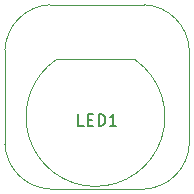
<source format=gbr>
%TF.GenerationSoftware,KiCad,Pcbnew,4.0.5-e0-6337~49~ubuntu16.04.1*%
%TF.CreationDate,2017-01-19T01:23:12-08:00*%
%TF.ProjectId,2x2-LED-RGB-TH-4PIN,3278322D4C45442D5247422D54482D34,1.0*%
%TF.FileFunction,Other,Fab,Top*%
%FSLAX46Y46*%
G04 Gerber Fmt 4.6, Leading zero omitted, Abs format (unit mm)*
G04 Created by KiCad (PCBNEW 4.0.5-e0-6337~49~ubuntu16.04.1) date Thu Jan 19 01:23:12 2017*
%MOMM*%
%LPD*%
G01*
G04 APERTURE LIST*
%ADD10C,0.350000*%
%ADD11C,0.100000*%
%ADD12C,0.050000*%
%ADD13C,0.150000*%
G04 APERTURE END LIST*
D10*
D11*
X145219172Y-87481590D02*
G75*
G03X151890444Y-87570227I3271272J-4888637D01*
G01*
D12*
X140823975Y-94685932D02*
G75*
G03X144627600Y-98475960I3999066J209764D01*
G01*
X156427600Y-86675960D02*
X156427600Y-94675960D01*
X144627600Y-82875960D02*
X152627600Y-82875960D01*
X144627600Y-98475960D02*
X152627600Y-98475960D01*
X140827600Y-86675960D02*
X140827600Y-94675960D01*
X152637572Y-98479585D02*
G75*
G03X156427600Y-94675960I-209764J3999066D01*
G01*
X144617628Y-82872335D02*
G75*
G03X140827600Y-86675960I209764J-3999066D01*
G01*
X156431225Y-86665988D02*
G75*
G03X152627600Y-82875960I-3999066J-209764D01*
G01*
D11*
X145227600Y-87475960D02*
X151827600Y-87475960D01*
D13*
X147508553Y-93128341D02*
X147032362Y-93128341D01*
X147032362Y-92128341D01*
X147841886Y-92604531D02*
X148175220Y-92604531D01*
X148318077Y-93128341D02*
X147841886Y-93128341D01*
X147841886Y-92128341D01*
X148318077Y-92128341D01*
X148746648Y-93128341D02*
X148746648Y-92128341D01*
X148984743Y-92128341D01*
X149127601Y-92175960D01*
X149222839Y-92271198D01*
X149270458Y-92366436D01*
X149318077Y-92556912D01*
X149318077Y-92699770D01*
X149270458Y-92890246D01*
X149222839Y-92985484D01*
X149127601Y-93080722D01*
X148984743Y-93128341D01*
X148746648Y-93128341D01*
X150270458Y-93128341D02*
X149699029Y-93128341D01*
X149984743Y-93128341D02*
X149984743Y-92128341D01*
X149889505Y-92271198D01*
X149794267Y-92366436D01*
X149699029Y-92414055D01*
M02*

</source>
